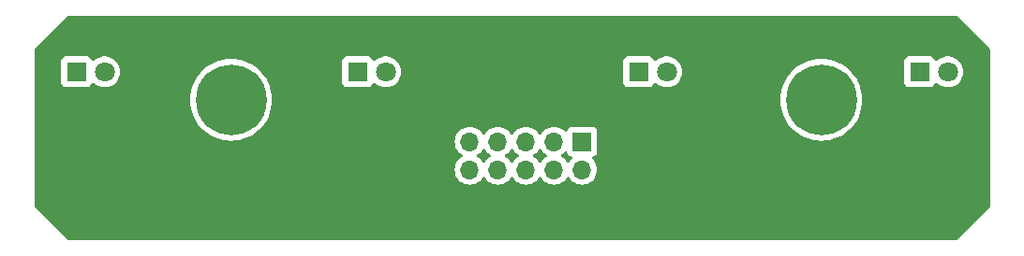
<source format=gbr>
%TF.GenerationSoftware,KiCad,Pcbnew,7.0.6*%
%TF.CreationDate,2023-11-23T12:57:34+01:00*%
%TF.ProjectId,ledpanel,6c656470-616e-4656-9c2e-6b696361645f,1*%
%TF.SameCoordinates,Original*%
%TF.FileFunction,Copper,L2,Bot*%
%TF.FilePolarity,Positive*%
%FSLAX46Y46*%
G04 Gerber Fmt 4.6, Leading zero omitted, Abs format (unit mm)*
G04 Created by KiCad (PCBNEW 7.0.6) date 2023-11-23 12:57:34*
%MOMM*%
%LPD*%
G01*
G04 APERTURE LIST*
%TA.AperFunction,ComponentPad*%
%ADD10C,0.800000*%
%TD*%
%TA.AperFunction,ComponentPad*%
%ADD11C,6.400000*%
%TD*%
%TA.AperFunction,ComponentPad*%
%ADD12R,1.800000X1.800000*%
%TD*%
%TA.AperFunction,ComponentPad*%
%ADD13C,1.800000*%
%TD*%
%TA.AperFunction,ComponentPad*%
%ADD14R,1.700000X1.700000*%
%TD*%
%TA.AperFunction,ComponentPad*%
%ADD15O,1.700000X1.700000*%
%TD*%
G04 APERTURE END LIST*
D10*
%TO.P,REF\u002A\u002A,1*%
%TO.N,N/C*%
X116980000Y-101600000D03*
X117682944Y-99902944D03*
X117682944Y-103297056D03*
X119380000Y-99200000D03*
D11*
X119380000Y-101600000D03*
D10*
X119380000Y-104000000D03*
X121077056Y-99902944D03*
X121077056Y-103297056D03*
X121780000Y-101600000D03*
%TD*%
D12*
%TO.P,D1,1,K*%
%TO.N,N/C*%
X105405000Y-99060000D03*
D13*
%TO.P,D1,2,A*%
X107945000Y-99060000D03*
%TD*%
D14*
%TO.P,J20,1,Pin_1*%
%TO.N,N/C*%
X151100000Y-105390000D03*
D15*
%TO.P,J20,2,Pin_2*%
X151100000Y-107930000D03*
%TO.P,J20,3,Pin_3*%
X148560000Y-105390000D03*
%TO.P,J20,4,Pin_4*%
X148560000Y-107930000D03*
%TO.P,J20,5,Pin_5*%
X146020000Y-105390000D03*
%TO.P,J20,6,Pin_6*%
X146020000Y-107930000D03*
%TO.P,J20,7,Pin_7*%
X143480000Y-105390000D03*
%TO.P,J20,8,Pin_8*%
X143480000Y-107930000D03*
%TO.P,J20,9,Pin_9*%
X140940000Y-105390000D03*
%TO.P,J20,10,Pin_10*%
X140940000Y-107930000D03*
%TD*%
D12*
%TO.P,D3,1,K*%
%TO.N,N/C*%
X156205000Y-99060000D03*
D13*
%TO.P,D3,2,A*%
X158745000Y-99060000D03*
%TD*%
D12*
%TO.P,D4,1,K*%
%TO.N,N/C*%
X181605000Y-99060000D03*
D13*
%TO.P,D4,2,A*%
X184145000Y-99060000D03*
%TD*%
D10*
%TO.P,REF\u002A\u002A,1*%
%TO.N,N/C*%
X170320000Y-101600000D03*
X171022944Y-99902944D03*
X171022944Y-103297056D03*
X172720000Y-99200000D03*
D11*
X172720000Y-101600000D03*
D10*
X172720000Y-104000000D03*
X174417056Y-99902944D03*
X174417056Y-103297056D03*
X175120000Y-101600000D03*
%TD*%
D12*
%TO.P,D2,1,K*%
%TO.N,N/C*%
X130805000Y-99060000D03*
D13*
%TO.P,D2,2,A*%
X133345000Y-99060000D03*
%TD*%
%TA.AperFunction,NonConductor*%
G36*
X184976177Y-94000185D02*
G01*
X184996819Y-94016819D01*
X187923181Y-96943181D01*
X187956666Y-97004504D01*
X187959500Y-97030862D01*
X187959500Y-111249137D01*
X187939815Y-111316176D01*
X187923181Y-111336818D01*
X184996819Y-114263181D01*
X184935496Y-114296666D01*
X184909138Y-114299500D01*
X104650862Y-114299500D01*
X104583823Y-114279815D01*
X104563181Y-114263181D01*
X101636819Y-111336819D01*
X101603334Y-111275496D01*
X101600500Y-111249138D01*
X101600500Y-107930000D01*
X139584341Y-107930000D01*
X139604936Y-108165403D01*
X139604938Y-108165413D01*
X139666094Y-108393655D01*
X139666096Y-108393659D01*
X139666097Y-108393663D01*
X139670000Y-108402032D01*
X139765965Y-108607830D01*
X139765967Y-108607834D01*
X139874281Y-108762521D01*
X139901505Y-108801401D01*
X140068599Y-108968495D01*
X140165384Y-109036264D01*
X140262165Y-109104032D01*
X140262167Y-109104033D01*
X140262170Y-109104035D01*
X140476337Y-109203903D01*
X140704592Y-109265063D01*
X140892918Y-109281539D01*
X140939999Y-109285659D01*
X140940000Y-109285659D01*
X140940001Y-109285659D01*
X140979234Y-109282226D01*
X141175408Y-109265063D01*
X141403663Y-109203903D01*
X141617830Y-109104035D01*
X141811401Y-108968495D01*
X141978495Y-108801401D01*
X142108424Y-108615842D01*
X142163002Y-108572217D01*
X142232500Y-108565023D01*
X142294855Y-108596546D01*
X142311575Y-108615842D01*
X142441500Y-108801395D01*
X142441505Y-108801401D01*
X142608599Y-108968495D01*
X142705384Y-109036264D01*
X142802165Y-109104032D01*
X142802167Y-109104033D01*
X142802170Y-109104035D01*
X143016337Y-109203903D01*
X143244592Y-109265063D01*
X143432918Y-109281539D01*
X143479999Y-109285659D01*
X143480000Y-109285659D01*
X143480001Y-109285659D01*
X143519234Y-109282226D01*
X143715408Y-109265063D01*
X143943663Y-109203903D01*
X144157830Y-109104035D01*
X144351401Y-108968495D01*
X144518495Y-108801401D01*
X144648424Y-108615842D01*
X144703002Y-108572217D01*
X144772500Y-108565023D01*
X144834855Y-108596546D01*
X144851575Y-108615842D01*
X144981500Y-108801395D01*
X144981505Y-108801401D01*
X145148599Y-108968495D01*
X145245384Y-109036264D01*
X145342165Y-109104032D01*
X145342167Y-109104033D01*
X145342170Y-109104035D01*
X145556337Y-109203903D01*
X145784592Y-109265063D01*
X145972918Y-109281539D01*
X146019999Y-109285659D01*
X146020000Y-109285659D01*
X146020001Y-109285659D01*
X146059234Y-109282226D01*
X146255408Y-109265063D01*
X146483663Y-109203903D01*
X146697830Y-109104035D01*
X146891401Y-108968495D01*
X147058495Y-108801401D01*
X147188424Y-108615842D01*
X147243002Y-108572217D01*
X147312500Y-108565023D01*
X147374855Y-108596546D01*
X147391575Y-108615842D01*
X147521500Y-108801395D01*
X147521505Y-108801401D01*
X147688599Y-108968495D01*
X147785384Y-109036264D01*
X147882165Y-109104032D01*
X147882167Y-109104033D01*
X147882170Y-109104035D01*
X148096337Y-109203903D01*
X148324592Y-109265063D01*
X148512918Y-109281539D01*
X148559999Y-109285659D01*
X148560000Y-109285659D01*
X148560001Y-109285659D01*
X148599234Y-109282226D01*
X148795408Y-109265063D01*
X149023663Y-109203903D01*
X149237830Y-109104035D01*
X149431401Y-108968495D01*
X149598495Y-108801401D01*
X149728424Y-108615842D01*
X149783002Y-108572217D01*
X149852500Y-108565023D01*
X149914855Y-108596546D01*
X149931575Y-108615842D01*
X150061500Y-108801395D01*
X150061505Y-108801401D01*
X150228599Y-108968495D01*
X150325384Y-109036265D01*
X150422165Y-109104032D01*
X150422167Y-109104033D01*
X150422170Y-109104035D01*
X150636337Y-109203903D01*
X150864592Y-109265063D01*
X151052918Y-109281539D01*
X151099999Y-109285659D01*
X151100000Y-109285659D01*
X151100001Y-109285659D01*
X151139234Y-109282226D01*
X151335408Y-109265063D01*
X151563663Y-109203903D01*
X151777830Y-109104035D01*
X151971401Y-108968495D01*
X152138495Y-108801401D01*
X152274035Y-108607830D01*
X152373903Y-108393663D01*
X152435063Y-108165408D01*
X152455659Y-107930000D01*
X152435063Y-107694592D01*
X152373903Y-107466337D01*
X152274035Y-107252171D01*
X152268424Y-107244158D01*
X152138496Y-107058600D01*
X152138492Y-107058596D01*
X152016567Y-106936671D01*
X151983084Y-106875351D01*
X151988068Y-106805659D01*
X152029939Y-106749725D01*
X152060915Y-106732810D01*
X152192331Y-106683796D01*
X152307546Y-106597546D01*
X152393796Y-106482331D01*
X152444091Y-106347483D01*
X152450500Y-106287873D01*
X152450499Y-104492128D01*
X152444091Y-104432517D01*
X152442810Y-104429083D01*
X152393797Y-104297671D01*
X152393793Y-104297664D01*
X152307547Y-104182455D01*
X152307544Y-104182452D01*
X152192335Y-104096206D01*
X152192328Y-104096202D01*
X152057482Y-104045908D01*
X152057483Y-104045908D01*
X151997883Y-104039501D01*
X151997881Y-104039500D01*
X151997873Y-104039500D01*
X151997864Y-104039500D01*
X150202129Y-104039500D01*
X150202123Y-104039501D01*
X150142516Y-104045908D01*
X150007671Y-104096202D01*
X150007664Y-104096206D01*
X149892455Y-104182452D01*
X149892452Y-104182455D01*
X149806206Y-104297664D01*
X149806203Y-104297669D01*
X149757189Y-104429083D01*
X149715317Y-104485016D01*
X149649853Y-104509433D01*
X149581580Y-104494581D01*
X149553326Y-104473430D01*
X149431402Y-104351506D01*
X149431395Y-104351501D01*
X149237834Y-104215967D01*
X149237830Y-104215965D01*
X149237828Y-104215964D01*
X149023663Y-104116097D01*
X149023659Y-104116096D01*
X149023655Y-104116094D01*
X148795413Y-104054938D01*
X148795403Y-104054936D01*
X148560001Y-104034341D01*
X148559999Y-104034341D01*
X148324596Y-104054936D01*
X148324586Y-104054938D01*
X148096344Y-104116094D01*
X148096335Y-104116098D01*
X147882171Y-104215964D01*
X147882169Y-104215965D01*
X147688597Y-104351505D01*
X147521505Y-104518597D01*
X147391575Y-104704158D01*
X147336998Y-104747783D01*
X147267500Y-104754977D01*
X147205145Y-104723454D01*
X147188425Y-104704158D01*
X147058494Y-104518597D01*
X146891402Y-104351506D01*
X146891395Y-104351501D01*
X146697834Y-104215967D01*
X146697830Y-104215965D01*
X146697828Y-104215964D01*
X146483663Y-104116097D01*
X146483659Y-104116096D01*
X146483655Y-104116094D01*
X146255413Y-104054938D01*
X146255403Y-104054936D01*
X146020001Y-104034341D01*
X146019999Y-104034341D01*
X145784596Y-104054936D01*
X145784586Y-104054938D01*
X145556344Y-104116094D01*
X145556335Y-104116098D01*
X145342171Y-104215964D01*
X145342169Y-104215965D01*
X145148597Y-104351505D01*
X144981505Y-104518597D01*
X144851575Y-104704158D01*
X144796998Y-104747783D01*
X144727500Y-104754977D01*
X144665145Y-104723454D01*
X144648425Y-104704158D01*
X144518494Y-104518597D01*
X144351402Y-104351506D01*
X144351395Y-104351501D01*
X144157834Y-104215967D01*
X144157830Y-104215965D01*
X144157828Y-104215964D01*
X143943663Y-104116097D01*
X143943659Y-104116096D01*
X143943655Y-104116094D01*
X143715413Y-104054938D01*
X143715403Y-104054936D01*
X143480001Y-104034341D01*
X143479999Y-104034341D01*
X143244596Y-104054936D01*
X143244586Y-104054938D01*
X143016344Y-104116094D01*
X143016335Y-104116098D01*
X142802171Y-104215964D01*
X142802169Y-104215965D01*
X142608597Y-104351505D01*
X142441505Y-104518597D01*
X142311575Y-104704158D01*
X142256998Y-104747783D01*
X142187500Y-104754977D01*
X142125145Y-104723454D01*
X142108425Y-104704158D01*
X141978494Y-104518597D01*
X141811402Y-104351506D01*
X141811395Y-104351501D01*
X141617834Y-104215967D01*
X141617830Y-104215965D01*
X141617828Y-104215964D01*
X141403663Y-104116097D01*
X141403659Y-104116096D01*
X141403655Y-104116094D01*
X141175413Y-104054938D01*
X141175403Y-104054936D01*
X140940001Y-104034341D01*
X140939999Y-104034341D01*
X140704596Y-104054936D01*
X140704586Y-104054938D01*
X140476344Y-104116094D01*
X140476335Y-104116098D01*
X140262171Y-104215964D01*
X140262169Y-104215965D01*
X140068597Y-104351505D01*
X139901505Y-104518597D01*
X139765965Y-104712169D01*
X139765964Y-104712171D01*
X139666098Y-104926335D01*
X139666094Y-104926344D01*
X139604938Y-105154586D01*
X139604936Y-105154596D01*
X139584341Y-105389999D01*
X139584341Y-105390000D01*
X139604936Y-105625403D01*
X139604938Y-105625413D01*
X139666094Y-105853655D01*
X139666096Y-105853659D01*
X139666097Y-105853663D01*
X139670000Y-105862032D01*
X139765965Y-106067830D01*
X139765967Y-106067834D01*
X139874281Y-106222521D01*
X139901501Y-106261396D01*
X139901506Y-106261402D01*
X140068597Y-106428493D01*
X140068603Y-106428498D01*
X140254158Y-106558425D01*
X140297783Y-106613002D01*
X140304977Y-106682500D01*
X140273454Y-106744855D01*
X140254158Y-106761575D01*
X140068597Y-106891505D01*
X139901505Y-107058597D01*
X139765965Y-107252169D01*
X139765964Y-107252171D01*
X139666098Y-107466335D01*
X139666094Y-107466344D01*
X139604938Y-107694586D01*
X139604936Y-107694596D01*
X139584341Y-107929999D01*
X139584341Y-107930000D01*
X101600500Y-107930000D01*
X101600500Y-101600000D01*
X115674422Y-101600000D01*
X115694722Y-101987339D01*
X115755397Y-102370427D01*
X115755397Y-102370429D01*
X115855788Y-102745094D01*
X115994787Y-103107197D01*
X116170877Y-103452793D01*
X116382122Y-103778082D01*
X116382124Y-103778084D01*
X116626219Y-104079516D01*
X116900484Y-104353781D01*
X116900488Y-104353784D01*
X117201917Y-104597877D01*
X117443830Y-104754977D01*
X117527211Y-104809125D01*
X117872806Y-104985214D01*
X118234913Y-105124214D01*
X118609567Y-105224602D01*
X118992662Y-105285278D01*
X119358576Y-105304455D01*
X119379999Y-105305578D01*
X119380000Y-105305578D01*
X119380001Y-105305578D01*
X119400301Y-105304514D01*
X119767338Y-105285278D01*
X120150433Y-105224602D01*
X120525087Y-105124214D01*
X120887194Y-104985214D01*
X121232789Y-104809125D01*
X121558084Y-104597876D01*
X121859516Y-104353781D01*
X122133781Y-104079516D01*
X122377876Y-103778084D01*
X122589125Y-103452789D01*
X122765214Y-103107194D01*
X122904214Y-102745087D01*
X123004602Y-102370433D01*
X123065278Y-101987338D01*
X123085578Y-101600000D01*
X169014422Y-101600000D01*
X169034722Y-101987339D01*
X169095397Y-102370427D01*
X169095397Y-102370429D01*
X169195788Y-102745094D01*
X169334787Y-103107197D01*
X169510877Y-103452793D01*
X169722122Y-103778082D01*
X169722124Y-103778084D01*
X169966219Y-104079516D01*
X170240484Y-104353781D01*
X170240488Y-104353784D01*
X170541917Y-104597877D01*
X170783830Y-104754977D01*
X170867211Y-104809125D01*
X171212806Y-104985214D01*
X171574913Y-105124214D01*
X171949567Y-105224602D01*
X172332662Y-105285278D01*
X172698576Y-105304455D01*
X172719999Y-105305578D01*
X172720000Y-105305578D01*
X172720001Y-105305578D01*
X172740301Y-105304514D01*
X173107338Y-105285278D01*
X173490433Y-105224602D01*
X173865087Y-105124214D01*
X174227194Y-104985214D01*
X174572789Y-104809125D01*
X174898084Y-104597876D01*
X175199516Y-104353781D01*
X175473781Y-104079516D01*
X175717876Y-103778084D01*
X175929125Y-103452789D01*
X176105214Y-103107194D01*
X176244214Y-102745087D01*
X176344602Y-102370433D01*
X176405278Y-101987338D01*
X176425578Y-101600000D01*
X176405278Y-101212662D01*
X176344602Y-100829567D01*
X176244214Y-100454913D01*
X176243898Y-100454091D01*
X176191483Y-100317544D01*
X176105214Y-100092806D01*
X176061937Y-100007870D01*
X180204500Y-100007870D01*
X180204501Y-100007876D01*
X180210908Y-100067483D01*
X180261202Y-100202328D01*
X180261206Y-100202335D01*
X180347452Y-100317544D01*
X180347455Y-100317547D01*
X180462664Y-100403793D01*
X180462671Y-100403797D01*
X180597517Y-100454091D01*
X180597516Y-100454091D01*
X180604444Y-100454835D01*
X180657127Y-100460500D01*
X182552872Y-100460499D01*
X182612483Y-100454091D01*
X182747331Y-100403796D01*
X182862546Y-100317546D01*
X182948796Y-100202331D01*
X182977454Y-100125493D01*
X183019326Y-100069559D01*
X183084790Y-100045141D01*
X183153063Y-100059992D01*
X183184866Y-100084843D01*
X183192193Y-100092802D01*
X183193215Y-100093912D01*
X183193222Y-100093918D01*
X183376365Y-100236464D01*
X183376371Y-100236468D01*
X183376374Y-100236470D01*
X183580497Y-100346936D01*
X183694487Y-100386068D01*
X183800015Y-100422297D01*
X183800017Y-100422297D01*
X183800019Y-100422298D01*
X184028951Y-100460500D01*
X184028952Y-100460500D01*
X184261048Y-100460500D01*
X184261049Y-100460500D01*
X184489981Y-100422298D01*
X184709503Y-100346936D01*
X184913626Y-100236470D01*
X185096784Y-100093913D01*
X185253979Y-99923153D01*
X185380924Y-99728849D01*
X185474157Y-99516300D01*
X185531134Y-99291305D01*
X185545288Y-99120488D01*
X185550300Y-99060006D01*
X185550300Y-99059993D01*
X185531135Y-98828702D01*
X185531133Y-98828691D01*
X185474157Y-98603699D01*
X185380924Y-98391151D01*
X185253983Y-98196852D01*
X185253980Y-98196849D01*
X185253979Y-98196847D01*
X185096784Y-98026087D01*
X185096779Y-98026083D01*
X185096777Y-98026081D01*
X184913634Y-97883535D01*
X184913628Y-97883531D01*
X184709504Y-97773064D01*
X184709495Y-97773061D01*
X184489984Y-97697702D01*
X184299450Y-97665908D01*
X184261049Y-97659500D01*
X184028951Y-97659500D01*
X183990550Y-97665908D01*
X183800015Y-97697702D01*
X183580504Y-97773061D01*
X183580495Y-97773064D01*
X183376371Y-97883531D01*
X183376365Y-97883535D01*
X183193222Y-98026081D01*
X183193218Y-98026085D01*
X183184866Y-98035158D01*
X183124979Y-98071148D01*
X183055141Y-98069047D01*
X182997525Y-98029522D01*
X182977455Y-97994507D01*
X182948797Y-97917671D01*
X182948793Y-97917664D01*
X182862547Y-97802455D01*
X182862544Y-97802452D01*
X182747335Y-97716206D01*
X182747328Y-97716202D01*
X182612482Y-97665908D01*
X182612483Y-97665908D01*
X182552883Y-97659501D01*
X182552881Y-97659500D01*
X182552873Y-97659500D01*
X182552864Y-97659500D01*
X180657129Y-97659500D01*
X180657123Y-97659501D01*
X180597516Y-97665908D01*
X180462671Y-97716202D01*
X180462664Y-97716206D01*
X180347455Y-97802452D01*
X180347452Y-97802455D01*
X180261206Y-97917664D01*
X180261202Y-97917671D01*
X180210908Y-98052517D01*
X180204501Y-98112116D01*
X180204500Y-98112135D01*
X180204500Y-100007870D01*
X176061937Y-100007870D01*
X175929125Y-99747211D01*
X175717876Y-99421916D01*
X175473781Y-99120484D01*
X175199516Y-98846219D01*
X175165164Y-98818401D01*
X174898082Y-98602122D01*
X174572793Y-98390877D01*
X174227197Y-98214787D01*
X173865094Y-98075788D01*
X173865087Y-98075786D01*
X173490433Y-97975398D01*
X173490429Y-97975397D01*
X173490428Y-97975397D01*
X173107339Y-97914722D01*
X172720001Y-97894422D01*
X172719999Y-97894422D01*
X172332660Y-97914722D01*
X171949572Y-97975397D01*
X171949570Y-97975397D01*
X171574905Y-98075788D01*
X171212802Y-98214787D01*
X170867206Y-98390877D01*
X170541917Y-98602122D01*
X170240488Y-98846215D01*
X170240480Y-98846222D01*
X169966222Y-99120480D01*
X169966215Y-99120488D01*
X169722122Y-99421917D01*
X169510877Y-99747206D01*
X169334787Y-100092802D01*
X169195788Y-100454905D01*
X169095397Y-100829570D01*
X169095397Y-100829572D01*
X169034722Y-101212660D01*
X169014422Y-101599999D01*
X169014422Y-101600000D01*
X123085578Y-101600000D01*
X123065278Y-101212662D01*
X123004602Y-100829567D01*
X122904214Y-100454913D01*
X122903898Y-100454091D01*
X122851483Y-100317544D01*
X122765214Y-100092806D01*
X122721937Y-100007870D01*
X129404500Y-100007870D01*
X129404501Y-100007876D01*
X129410908Y-100067483D01*
X129461202Y-100202328D01*
X129461206Y-100202335D01*
X129547452Y-100317544D01*
X129547455Y-100317547D01*
X129662664Y-100403793D01*
X129662671Y-100403797D01*
X129797517Y-100454091D01*
X129797516Y-100454091D01*
X129804444Y-100454835D01*
X129857127Y-100460500D01*
X131752872Y-100460499D01*
X131812483Y-100454091D01*
X131947331Y-100403796D01*
X132062546Y-100317546D01*
X132148796Y-100202331D01*
X132177454Y-100125493D01*
X132219326Y-100069559D01*
X132284790Y-100045141D01*
X132353063Y-100059992D01*
X132384866Y-100084843D01*
X132392193Y-100092802D01*
X132393215Y-100093912D01*
X132393222Y-100093918D01*
X132576365Y-100236464D01*
X132576371Y-100236468D01*
X132576374Y-100236470D01*
X132780497Y-100346936D01*
X132894487Y-100386068D01*
X133000015Y-100422297D01*
X133000017Y-100422297D01*
X133000019Y-100422298D01*
X133228951Y-100460500D01*
X133228952Y-100460500D01*
X133461048Y-100460500D01*
X133461049Y-100460500D01*
X133689981Y-100422298D01*
X133909503Y-100346936D01*
X134113626Y-100236470D01*
X134296784Y-100093913D01*
X134375992Y-100007870D01*
X154804500Y-100007870D01*
X154804501Y-100007876D01*
X154810908Y-100067483D01*
X154861202Y-100202328D01*
X154861206Y-100202335D01*
X154947452Y-100317544D01*
X154947455Y-100317547D01*
X155062664Y-100403793D01*
X155062671Y-100403797D01*
X155197517Y-100454091D01*
X155197516Y-100454091D01*
X155204444Y-100454835D01*
X155257127Y-100460500D01*
X157152872Y-100460499D01*
X157212483Y-100454091D01*
X157347331Y-100403796D01*
X157462546Y-100317546D01*
X157548796Y-100202331D01*
X157577454Y-100125493D01*
X157619326Y-100069559D01*
X157684790Y-100045141D01*
X157753063Y-100059992D01*
X157784866Y-100084843D01*
X157792193Y-100092802D01*
X157793215Y-100093912D01*
X157793222Y-100093918D01*
X157976365Y-100236464D01*
X157976371Y-100236468D01*
X157976374Y-100236470D01*
X158180497Y-100346936D01*
X158294487Y-100386068D01*
X158400015Y-100422297D01*
X158400017Y-100422297D01*
X158400019Y-100422298D01*
X158628951Y-100460500D01*
X158628952Y-100460500D01*
X158861048Y-100460500D01*
X158861049Y-100460500D01*
X159089981Y-100422298D01*
X159309503Y-100346936D01*
X159513626Y-100236470D01*
X159696784Y-100093913D01*
X159853979Y-99923153D01*
X159980924Y-99728849D01*
X160074157Y-99516300D01*
X160131134Y-99291305D01*
X160145288Y-99120488D01*
X160150300Y-99060006D01*
X160150300Y-99059993D01*
X160131135Y-98828702D01*
X160131133Y-98828691D01*
X160074157Y-98603699D01*
X159980924Y-98391151D01*
X159853983Y-98196852D01*
X159853980Y-98196849D01*
X159853979Y-98196847D01*
X159696784Y-98026087D01*
X159696779Y-98026083D01*
X159696777Y-98026081D01*
X159513634Y-97883535D01*
X159513628Y-97883531D01*
X159309504Y-97773064D01*
X159309495Y-97773061D01*
X159089984Y-97697702D01*
X158899450Y-97665908D01*
X158861049Y-97659500D01*
X158628951Y-97659500D01*
X158590550Y-97665908D01*
X158400015Y-97697702D01*
X158180504Y-97773061D01*
X158180495Y-97773064D01*
X157976371Y-97883531D01*
X157976365Y-97883535D01*
X157793222Y-98026081D01*
X157793218Y-98026085D01*
X157784866Y-98035158D01*
X157724979Y-98071148D01*
X157655141Y-98069047D01*
X157597525Y-98029522D01*
X157577455Y-97994507D01*
X157548797Y-97917671D01*
X157548793Y-97917664D01*
X157462547Y-97802455D01*
X157462544Y-97802452D01*
X157347335Y-97716206D01*
X157347328Y-97716202D01*
X157212482Y-97665908D01*
X157212483Y-97665908D01*
X157152883Y-97659501D01*
X157152881Y-97659500D01*
X157152873Y-97659500D01*
X157152864Y-97659500D01*
X155257129Y-97659500D01*
X155257123Y-97659501D01*
X155197516Y-97665908D01*
X155062671Y-97716202D01*
X155062664Y-97716206D01*
X154947455Y-97802452D01*
X154947452Y-97802455D01*
X154861206Y-97917664D01*
X154861202Y-97917671D01*
X154810908Y-98052517D01*
X154804501Y-98112116D01*
X154804500Y-98112135D01*
X154804500Y-100007870D01*
X134375992Y-100007870D01*
X134453979Y-99923153D01*
X134580924Y-99728849D01*
X134674157Y-99516300D01*
X134731134Y-99291305D01*
X134745288Y-99120488D01*
X134750300Y-99060006D01*
X134750300Y-99059993D01*
X134731135Y-98828702D01*
X134731133Y-98828691D01*
X134674157Y-98603699D01*
X134580924Y-98391151D01*
X134453983Y-98196852D01*
X134453980Y-98196849D01*
X134453979Y-98196847D01*
X134296784Y-98026087D01*
X134296779Y-98026083D01*
X134296777Y-98026081D01*
X134113634Y-97883535D01*
X134113628Y-97883531D01*
X133909504Y-97773064D01*
X133909495Y-97773061D01*
X133689984Y-97697702D01*
X133499450Y-97665908D01*
X133461049Y-97659500D01*
X133228951Y-97659500D01*
X133190550Y-97665908D01*
X133000015Y-97697702D01*
X132780504Y-97773061D01*
X132780495Y-97773064D01*
X132576371Y-97883531D01*
X132576365Y-97883535D01*
X132393222Y-98026081D01*
X132393218Y-98026085D01*
X132384866Y-98035158D01*
X132324979Y-98071148D01*
X132255141Y-98069047D01*
X132197525Y-98029522D01*
X132177455Y-97994507D01*
X132148797Y-97917671D01*
X132148793Y-97917664D01*
X132062547Y-97802455D01*
X132062544Y-97802452D01*
X131947335Y-97716206D01*
X131947328Y-97716202D01*
X131812482Y-97665908D01*
X131812483Y-97665908D01*
X131752883Y-97659501D01*
X131752881Y-97659500D01*
X131752873Y-97659500D01*
X131752864Y-97659500D01*
X129857129Y-97659500D01*
X129857123Y-97659501D01*
X129797516Y-97665908D01*
X129662671Y-97716202D01*
X129662664Y-97716206D01*
X129547455Y-97802452D01*
X129547452Y-97802455D01*
X129461206Y-97917664D01*
X129461202Y-97917671D01*
X129410908Y-98052517D01*
X129404501Y-98112116D01*
X129404500Y-98112135D01*
X129404500Y-100007870D01*
X122721937Y-100007870D01*
X122589125Y-99747211D01*
X122377876Y-99421916D01*
X122133781Y-99120484D01*
X121859516Y-98846219D01*
X121825164Y-98818401D01*
X121558082Y-98602122D01*
X121232793Y-98390877D01*
X120887197Y-98214787D01*
X120525094Y-98075788D01*
X120525087Y-98075786D01*
X120150433Y-97975398D01*
X120150429Y-97975397D01*
X120150428Y-97975397D01*
X119767339Y-97914722D01*
X119380001Y-97894422D01*
X119379999Y-97894422D01*
X118992660Y-97914722D01*
X118609572Y-97975397D01*
X118609570Y-97975397D01*
X118234905Y-98075788D01*
X117872802Y-98214787D01*
X117527206Y-98390877D01*
X117201917Y-98602122D01*
X116900488Y-98846215D01*
X116900480Y-98846222D01*
X116626222Y-99120480D01*
X116626215Y-99120488D01*
X116382122Y-99421917D01*
X116170877Y-99747206D01*
X115994787Y-100092802D01*
X115855788Y-100454905D01*
X115755397Y-100829570D01*
X115755397Y-100829572D01*
X115694722Y-101212660D01*
X115674422Y-101599999D01*
X115674422Y-101600000D01*
X101600500Y-101600000D01*
X101600500Y-100007870D01*
X104004500Y-100007870D01*
X104004501Y-100007876D01*
X104010908Y-100067483D01*
X104061202Y-100202328D01*
X104061206Y-100202335D01*
X104147452Y-100317544D01*
X104147455Y-100317547D01*
X104262664Y-100403793D01*
X104262671Y-100403797D01*
X104397517Y-100454091D01*
X104397516Y-100454091D01*
X104404444Y-100454835D01*
X104457127Y-100460500D01*
X106352872Y-100460499D01*
X106412483Y-100454091D01*
X106547331Y-100403796D01*
X106662546Y-100317546D01*
X106748796Y-100202331D01*
X106777454Y-100125493D01*
X106819326Y-100069559D01*
X106884790Y-100045141D01*
X106953063Y-100059992D01*
X106984866Y-100084843D01*
X106992193Y-100092802D01*
X106993215Y-100093912D01*
X106993222Y-100093918D01*
X107176365Y-100236464D01*
X107176371Y-100236468D01*
X107176374Y-100236470D01*
X107380497Y-100346936D01*
X107494487Y-100386068D01*
X107600015Y-100422297D01*
X107600017Y-100422297D01*
X107600019Y-100422298D01*
X107828951Y-100460500D01*
X107828952Y-100460500D01*
X108061048Y-100460500D01*
X108061049Y-100460500D01*
X108289981Y-100422298D01*
X108509503Y-100346936D01*
X108713626Y-100236470D01*
X108896784Y-100093913D01*
X109053979Y-99923153D01*
X109180924Y-99728849D01*
X109274157Y-99516300D01*
X109331134Y-99291305D01*
X109345288Y-99120488D01*
X109350300Y-99060006D01*
X109350300Y-99059993D01*
X109331135Y-98828702D01*
X109331133Y-98828691D01*
X109274157Y-98603699D01*
X109180924Y-98391151D01*
X109053983Y-98196852D01*
X109053980Y-98196849D01*
X109053979Y-98196847D01*
X108896784Y-98026087D01*
X108896779Y-98026083D01*
X108896777Y-98026081D01*
X108713634Y-97883535D01*
X108713628Y-97883531D01*
X108509504Y-97773064D01*
X108509495Y-97773061D01*
X108289984Y-97697702D01*
X108099450Y-97665908D01*
X108061049Y-97659500D01*
X107828951Y-97659500D01*
X107790550Y-97665908D01*
X107600015Y-97697702D01*
X107380504Y-97773061D01*
X107380495Y-97773064D01*
X107176371Y-97883531D01*
X107176365Y-97883535D01*
X106993222Y-98026081D01*
X106993218Y-98026085D01*
X106984866Y-98035158D01*
X106924979Y-98071148D01*
X106855141Y-98069047D01*
X106797525Y-98029522D01*
X106777455Y-97994507D01*
X106748797Y-97917671D01*
X106748793Y-97917664D01*
X106662547Y-97802455D01*
X106662544Y-97802452D01*
X106547335Y-97716206D01*
X106547328Y-97716202D01*
X106412482Y-97665908D01*
X106412483Y-97665908D01*
X106352883Y-97659501D01*
X106352881Y-97659500D01*
X106352873Y-97659500D01*
X106352864Y-97659500D01*
X104457129Y-97659500D01*
X104457123Y-97659501D01*
X104397516Y-97665908D01*
X104262671Y-97716202D01*
X104262664Y-97716206D01*
X104147455Y-97802452D01*
X104147452Y-97802455D01*
X104061206Y-97917664D01*
X104061202Y-97917671D01*
X104010908Y-98052517D01*
X104004501Y-98112116D01*
X104004500Y-98112135D01*
X104004500Y-100007870D01*
X101600500Y-100007870D01*
X101600500Y-97030861D01*
X101620185Y-96963822D01*
X101636814Y-96943185D01*
X104563181Y-94016818D01*
X104624504Y-93983334D01*
X104650862Y-93980500D01*
X184909138Y-93980500D01*
X184976177Y-94000185D01*
G37*
%TD.AperFunction*%
%TA.AperFunction,NonConductor*%
G36*
X149684340Y-106278068D02*
G01*
X149740274Y-106319939D01*
X149757189Y-106350917D01*
X149806202Y-106482328D01*
X149806206Y-106482335D01*
X149892452Y-106597544D01*
X149892455Y-106597547D01*
X150007664Y-106683793D01*
X150007671Y-106683797D01*
X150139081Y-106732810D01*
X150195015Y-106774681D01*
X150219432Y-106840145D01*
X150204580Y-106908418D01*
X150183430Y-106936673D01*
X150061505Y-107058597D01*
X149931574Y-107244160D01*
X149876997Y-107287784D01*
X149807498Y-107294977D01*
X149745144Y-107263455D01*
X149728429Y-107244164D01*
X149598495Y-107058599D01*
X149598493Y-107058596D01*
X149431402Y-106891506D01*
X149431396Y-106891501D01*
X149245842Y-106761575D01*
X149202217Y-106706998D01*
X149195023Y-106637500D01*
X149226546Y-106575145D01*
X149245842Y-106558425D01*
X149268026Y-106542891D01*
X149431401Y-106428495D01*
X149553329Y-106306566D01*
X149614648Y-106273084D01*
X149684340Y-106278068D01*
G37*
%TD.AperFunction*%
%TA.AperFunction,NonConductor*%
G36*
X147374855Y-106056546D02*
G01*
X147391575Y-106075842D01*
X147521501Y-106261396D01*
X147521506Y-106261402D01*
X147688597Y-106428493D01*
X147688603Y-106428498D01*
X147874158Y-106558425D01*
X147917783Y-106613002D01*
X147924977Y-106682500D01*
X147893454Y-106744855D01*
X147874158Y-106761575D01*
X147688597Y-106891505D01*
X147521505Y-107058597D01*
X147391575Y-107244158D01*
X147336998Y-107287783D01*
X147267500Y-107294977D01*
X147205145Y-107263454D01*
X147188425Y-107244158D01*
X147058494Y-107058597D01*
X146891402Y-106891506D01*
X146891396Y-106891501D01*
X146705842Y-106761575D01*
X146662217Y-106706998D01*
X146655023Y-106637500D01*
X146686546Y-106575145D01*
X146705842Y-106558425D01*
X146728026Y-106542891D01*
X146891401Y-106428495D01*
X147058495Y-106261401D01*
X147188424Y-106075842D01*
X147243002Y-106032217D01*
X147312500Y-106025023D01*
X147374855Y-106056546D01*
G37*
%TD.AperFunction*%
%TA.AperFunction,NonConductor*%
G36*
X144834855Y-106056546D02*
G01*
X144851575Y-106075842D01*
X144981501Y-106261396D01*
X144981506Y-106261402D01*
X145148597Y-106428493D01*
X145148603Y-106428498D01*
X145334158Y-106558425D01*
X145377783Y-106613002D01*
X145384977Y-106682500D01*
X145353454Y-106744855D01*
X145334158Y-106761575D01*
X145148597Y-106891505D01*
X144981505Y-107058597D01*
X144851575Y-107244158D01*
X144796998Y-107287783D01*
X144727500Y-107294977D01*
X144665145Y-107263454D01*
X144648425Y-107244158D01*
X144518494Y-107058597D01*
X144351402Y-106891506D01*
X144351396Y-106891501D01*
X144165842Y-106761575D01*
X144122217Y-106706998D01*
X144115023Y-106637500D01*
X144146546Y-106575145D01*
X144165842Y-106558425D01*
X144188026Y-106542891D01*
X144351401Y-106428495D01*
X144518495Y-106261401D01*
X144648424Y-106075842D01*
X144703002Y-106032217D01*
X144772500Y-106025023D01*
X144834855Y-106056546D01*
G37*
%TD.AperFunction*%
%TA.AperFunction,NonConductor*%
G36*
X142294855Y-106056546D02*
G01*
X142311575Y-106075842D01*
X142441501Y-106261396D01*
X142441506Y-106261402D01*
X142608597Y-106428493D01*
X142608603Y-106428498D01*
X142794158Y-106558425D01*
X142837783Y-106613002D01*
X142844977Y-106682500D01*
X142813454Y-106744855D01*
X142794158Y-106761575D01*
X142608597Y-106891505D01*
X142441505Y-107058597D01*
X142311575Y-107244158D01*
X142256998Y-107287783D01*
X142187500Y-107294977D01*
X142125145Y-107263454D01*
X142108425Y-107244158D01*
X141978494Y-107058597D01*
X141811402Y-106891506D01*
X141811396Y-106891501D01*
X141625842Y-106761575D01*
X141582217Y-106706998D01*
X141575023Y-106637500D01*
X141606546Y-106575145D01*
X141625842Y-106558425D01*
X141648026Y-106542891D01*
X141811401Y-106428495D01*
X141978495Y-106261401D01*
X142108424Y-106075842D01*
X142163002Y-106032217D01*
X142232500Y-106025023D01*
X142294855Y-106056546D01*
G37*
%TD.AperFunction*%
M02*

</source>
